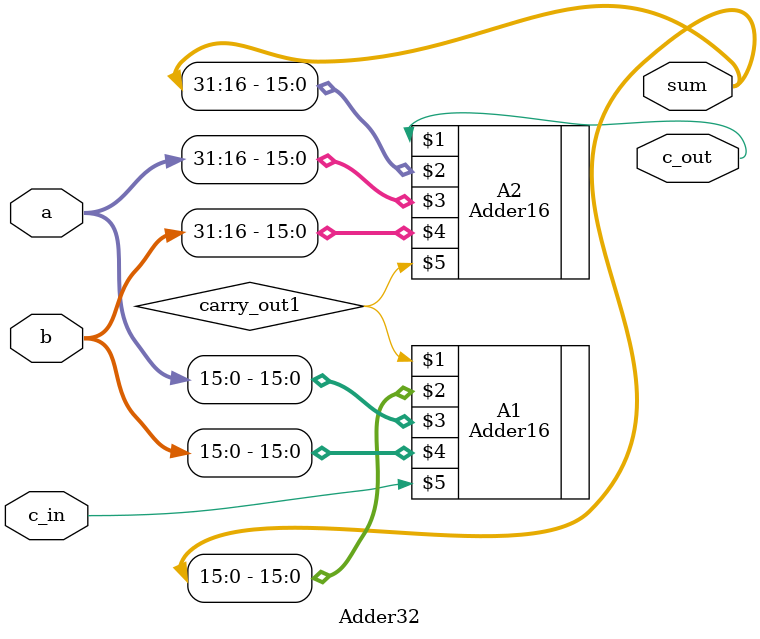
<source format=v>
`timescale 1ns / 1ps

module Adder32(c_out, sum, a, b, c_in);
input [31:0] a;
input [31:0] b;
input c_in;
output c_out;
output [31:0] sum;

wire carry_out1;

Adder16 A1(carry_out1, sum[15:0], a[15:0], b[15:0], c_in);
Adder16 A2(c_out, sum[31:16], a[31:16], b[31:16], carry_out1);

endmodule
</source>
